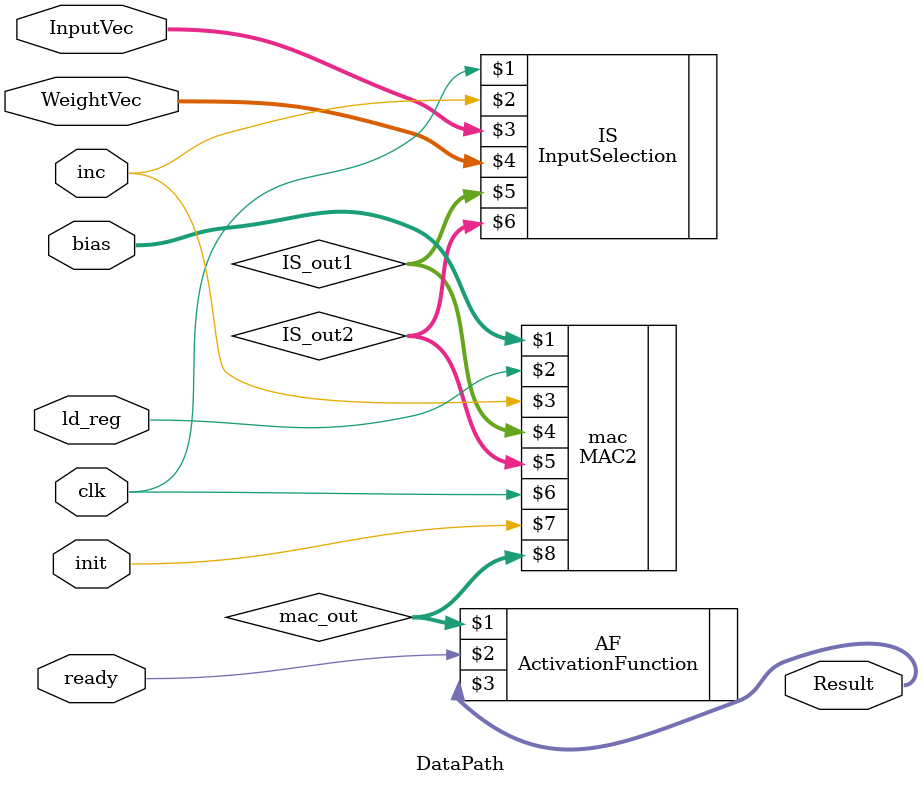
<source format=v>
`timescale 1ns / 1ps
module DataPath#(parameter n=2)(
	input [7:0]bias,
	 input ld_reg,inc,clk,init,ready,
    input [0:8*n-1] InputVec,
    input [0:8*n-1] WeightVec,
    output [15:0] Result
    );
	 wire [7:0] IS_out1,IS_out2;
	 wire [15:0] mac_out;
	 InputSelection#(n) IS(clk,inc,InputVec,WeightVec,IS_out1,IS_out2);
	 MAC2 mac(bias,ld_reg,inc,IS_out1,IS_out2,clk,init,mac_out);
	 ActivationFunction AF(mac_out,ready,Result);
endmodule

</source>
